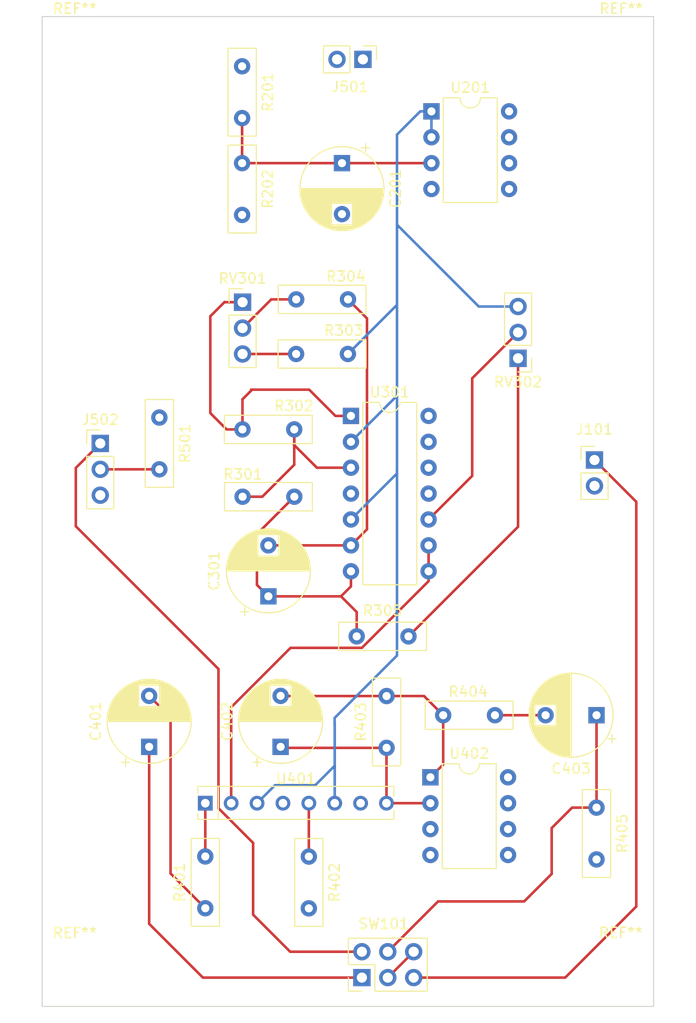
<source format=kicad_pcb>
(kicad_pcb (version 20211014) (generator pcbnew)
  (layers (0 "F.Cu" signal) (1 "In1.Cu" power "GND") (2 "In2.Cu" power "PWR") (31 "B.Cu" signal) (34 "B.Paste" user) (35 "F.Paste" user) (36 "B.SilkS" user "B.Silkscreen") (37 "F.SilkS" user "F.Silkscreen") (38 "B.Mask" user) (39 "F.Mask" user) (44 "Edge.Cuts" user))
  (net 0 "")
  (net 1 "Net-(C201-Pad1)")
  (net 2 "GND")
  (net 3 "Net-(C301-Pad1)")
  (net 4 "Net-(C301-Pad2)")
  (net 5 "/Modulador/Sinal de Entrada")
  (net 6 "Net-(C401-Pad2)")
  (net 7 "Net-(C402-Pad1)")
  (net 8 "Net-(C402-Pad2)")
  (net 9 "/Modulador/Sinal de Saída")
  (net 10 "Net-(C403-Pad2)")
  (net 11 "Net-(R301-Pad1)")
  (net 12 "Net-(R302-Pad2)")
  (net 13 "Vref")
  (net 14 "Net-(R303-Pad2)")
  (net 15 "Net-(R304-Pad1)")
  (net 16 "Net-(R305-Pad2)")
  (net 17 "Net-(R401-Pad2)")
  (net 18 "Net-(R402-Pad1)")
  (net 19 "+9V")
  (net 20 "Net-(J502-PadR)")
  (net 21 "Net-(RV302-Pad2)")
  (net 22 "Net-(SW101-Pad3)")
  (net 23 "Net-(J101-PadT)")
  (net 24 "/LFO/Modulante")
  (net 26 "Net-(U402-Pad8)")
  (net 27 "/Entrada/Sinal de Entrada")
  (footprint "Customs:PinHeader_1x03_P2.54mm_Vertical" (layer "F.Cu") (at 45.7 80.775)
    (fp_text reference "J502" (at 0 -2.33) (layer "F.SilkS"))
    (fp_text value "AudioJack3")
    (pad "R" thru_hole oval (at 0 2.54) (size 1.7 1.7) (drill 1) (layers *.Cu *.Mask) (net 20 "Net-(J502-PadR)"))
    (pad "S" thru_hole oval (at 0 5.08) (size 1.7 1.7) (drill 1) (layers *.Cu *.Mask) (net 2 "GND"))
    (pad "T" thru_hole rect (at 0 0) (size 1.7 1.7) (drill 1) (layers *.Cu *.Mask) (net 27 "/Entrada/Sinal de Entrada"))
  )
  (footprint "Resistor_THT:R_Box_L8.4mm_W2.5mm_P5.08mm" (layer "F.Cu") (at 64.93 66.645)
    (fp_text reference "R304" (at 4.87 -2.245) (layer "F.SilkS"))
    (fp_text value "300k")
    (pad "1" thru_hole circle locked (at 0 0) (size 1.6 1.6) (drill 0.8) (layers *.Cu *.Mask) (net 15 "Net-(R304-Pad1)"))
    (pad "2" thru_hole circle locked (at 5.08 0) (size 1.6 1.6) (drill 0.8) (layers *.Cu *.Mask) (net 4 "Net-(C301-Pad2)"))
  )
  (footprint "Package_DIP:DIP-8_W7.62mm" (layer "F.Cu") (at 78.2 48.2)
    (fp_text reference "U201" (at 3.81 -2.33) (layer "F.SilkS"))
    (fp_text value "TL082")
    (pad "1" thru_hole rect locked (at 0 0) (size 1.6 1.6) (drill 0.8) (layers *.Cu *.Mask) (net 13 "Vref"))
    (pad "2" thru_hole oval locked (at 0 2.54) (size 1.6 1.6) (drill 0.8) (layers *.Cu *.Mask) (net 13 "Vref"))
    (pad "3" thru_hole oval locked (at 0 5.08) (size 1.6 1.6) (drill 0.8) (layers *.Cu *.Mask) (net 1 "Net-(C201-Pad1)"))
    (pad "4" thru_hole oval locked (at 0 7.62) (size 1.6 1.6) (drill 0.8) (layers *.Cu *.Mask) (net 2 "GND"))
    (pad "5" thru_hole oval locked (at 7.62 7.62) (size 1.6 1.6) (drill 0.8) (layers *.Cu *.Mask))
    (pad "6" thru_hole oval locked (at 7.62 5.08) (size 1.6 1.6) (drill 0.8) (layers *.Cu *.Mask))
    (pad "7" thru_hole oval locked (at 7.62 2.54) (size 1.6 1.6) (drill 0.8) (layers *.Cu *.Mask))
    (pad "8" thru_hole oval locked (at 7.62 0) (size 1.6 1.6) (drill 0.8) (layers *.Cu *.Mask) (net 19 "+9V"))
  )
  (footprint "Capacitor_THT:CP_Radial_D8.0mm_P5.00mm" (layer "F.Cu") (at 50.5 110.537651 90)
    (fp_text reference "C401" (at 2.5 -5.25 90) (layer "F.SilkS"))
    (fp_text value "10u")
    (pad "1" thru_hole rect locked (at 0 0 90) (size 1.6 1.6) (drill 0.8) (layers *.Cu *.Mask) (net 5 "/Modulador/Sinal de Entrada"))
    (pad "2" thru_hole circle locked (at 5 0 90) (size 1.6 1.6) (drill 0.8) (layers *.Cu *.Mask) (net 6 "Net-(C401-Pad2)"))
  )
  (footprint "Resistor_THT:R_Box_L8.4mm_W2.5mm_P5.08mm" (layer "F.Cu") (at 94.4 116.5 -90)
    (fp_text reference "R405" (at 2.54 -2.52 -90) (layer "F.SilkS"))
    (fp_text value "100k")
    (pad "1" thru_hole circle locked (at 0 0 270) (size 1.6 1.6) (drill 0.8) (layers *.Cu *.Mask) (net 9 "/Modulador/Sinal de Saída"))
    (pad "2" thru_hole circle locked (at 5.08 0 270) (size 1.6 1.6) (drill 0.8) (layers *.Cu *.Mask) (net 2 "GND"))
  )
  (footprint "MountingHole:MountingHole_3mm" (layer "F.Cu") (at 96.825 42.125)
    (fp_text reference "REF**" (at 0 -4) (layer "F.SilkS"))
    (fp_text value "MountingHole_3mm")
    (pad "" np_thru_hole circle locked (at 0 0) (size 3 3) (drill 3) (layers *.Cu *.Mask))
  )
  (footprint "Capacitor_THT:CP_Radial_D8.0mm_P5.00mm" (layer "F.Cu") (at 63.397349 110.537651 90)
    (fp_text reference "C402" (at 2.5 -5.25 90) (layer "F.SilkS"))
    (fp_text value "47p")
    (pad "1" thru_hole rect locked (at 0 0 90) (size 1.6 1.6) (drill 0.8) (layers *.Cu *.Mask) (net 7 "Net-(C402-Pad1)"))
    (pad "2" thru_hole circle locked (at 5 0 90) (size 1.6 1.6) (drill 0.8) (layers *.Cu *.Mask) (net 8 "Net-(C402-Pad2)"))
  )
  (footprint "Capacitor_THT:CP_Radial_D8.0mm_P5.00mm" (layer "F.Cu") (at 62.2 95.775 90)
    (fp_text reference "C301" (at 2.5 -5.325 90) (layer "F.SilkS"))
    (fp_text value "100n")
    (pad "1" thru_hole rect locked (at 0 0 90) (size 1.6 1.6) (drill 0.8) (layers *.Cu *.Mask) (net 3 "Net-(C301-Pad1)"))
    (pad "2" thru_hole circle locked (at 5 0 90) (size 1.6 1.6) (drill 0.8) (layers *.Cu *.Mask) (net 4 "Net-(C301-Pad2)"))
  )
  (footprint "Resistor_THT:R_Box_L8.4mm_W2.5mm_P5.08mm" (layer "F.Cu") (at 51.5 78.235 -90)
    (fp_text reference "R501" (at 2.54 -2.52 -90) (layer "F.SilkS"))
    (fp_text value "10k")
    (pad "1" thru_hole circle locked (at 0 0 270) (size 1.6 1.6) (drill 0.8) (layers *.Cu *.Mask) (net 19 "+9V"))
    (pad "2" thru_hole circle locked (at 5.08 0 270) (size 1.6 1.6) (drill 0.8) (layers *.Cu *.Mask) (net 20 "Net-(J502-PadR)"))
  )
  (footprint "Package_SIP:SIP-8_19x3mm_P2.54mm" (layer "F.Cu") (at 56.007349 116.065)
    (fp_text reference "U401" (at 8.89 -2.4) (layer "F.SilkS"))
    (fp_text value "THAT2181")
    (pad "1" thru_hole rect locked (at 0 0 90) (size 1.45 1.45) (drill 0.85) (layers *.Cu *.Mask) (net 17 "Net-(R401-Pad2)"))
    (pad "2" thru_hole circle locked (at 2.54 0 90) (size 1.45 1.45) (drill 0.85) (layers *.Cu *.Mask) (net 24 "/LFO/Modulante"))
    (pad "3" thru_hole circle locked (at 5.08 0 90) (size 1.45 1.45) (drill 0.85) (layers *.Cu *.Mask) (net 13 "Vref"))
    (pad "4" thru_hole circle locked (at 7.62 0 90) (size 1.45 1.45) (drill 0.85) (layers *.Cu *.Mask))
    (pad "5" thru_hole circle locked (at 10.16 0 90) (size 1.45 1.45) (drill 0.85) (layers *.Cu *.Mask) (net 18 "Net-(R402-Pad1)"))
    (pad "6" thru_hole circle locked (at 12.7 0 90) (size 1.45 1.45) (drill 0.85) (layers *.Cu *.Mask) (net 13 "Vref"))
    (pad "7" thru_hole circle locked (at 15.24 0 90) (size 1.45 1.45) (drill 0.85) (layers *.Cu *.Mask) (net 19 "+9V"))
    (pad "8" thru_hole circle locked (at 17.78 0 90) (size 1.45 1.45) (drill 0.85) (layers *.Cu *.Mask) (net 7 "Net-(C402-Pad1)"))
  )
  (footprint "MountingHole:MountingHole_3mm" (layer "F.Cu") (at 43.2 42.125)
    (fp_text reference "REF**" (at 0 -4) (layer "F.SilkS"))
    (fp_text value "MountingHole_3mm")
    (pad "" np_thru_hole circle locked (at 0 0) (size 3 3) (drill 3) (layers *.Cu *.Mask))
  )
  (footprint "MountingHole:MountingHole_3mm" (layer "F.Cu") (at 96.775 132.775)
    (fp_text reference "REF**" (at 0 -4) (layer "F.SilkS"))
    (fp_text value "MountingHole_3mm")
    (pad "" np_thru_hole circle locked (at 0 0) (size 3 3) (drill 3) (layers *.Cu *.Mask))
  )
  (footprint "Capacitor_THT:CP_Radial_D8.0mm_P5.00mm" (layer "F.Cu") (at 69.42 53.28 -90)
    (fp_text reference "C201" (at 2.5 -5.25 90) (layer "F.SilkS"))
    (fp_text value "200u")
    (pad "1" thru_hole rect locked (at 0 0 270) (size 1.6 1.6) (drill 0.8) (layers *.Cu *.Mask) (net 1 "Net-(C201-Pad1)"))
    (pad "2" thru_hole circle locked (at 5 0 270) (size 1.6 1.6) (drill 0.8) (layers *.Cu *.Mask) (net 2 "GND"))
  )
  (footprint "MountingHole:MountingHole_3mm" (layer "F.Cu") (at 43.2 132.8)
    (fp_text reference "REF**" (at 0 -4) (layer "F.SilkS"))
    (fp_text value "MountingHole_3mm")
    (pad "" np_thru_hole circle locked (at 0 0) (size 3 3) (drill 3) (layers *.Cu *.Mask))
  )
  (footprint "Connector_PinHeader_2.54mm:PinHeader_1x03_P2.54mm_Vertical" (layer "F.Cu") (at 86.7 72.425 180)
    (fp_text reference "RV302" (at 0 -2.33) (layer "F.SilkS"))
    (fp_text value "10k")
    (pad "1" thru_hole rect locked (at 0 0 180) (size 1.7 1.7) (drill 1) (layers *.Cu *.Mask) (net 16 "Net-(R305-Pad2)"))
    (pad "2" thru_hole oval locked (at 0 2.54 180) (size 1.7 1.7) (drill 1) (layers *.Cu *.Mask) (net 21 "Net-(RV302-Pad2)"))
    (pad "3" thru_hole oval locked (at 0 5.08 180) (size 1.7 1.7) (drill 1) (layers *.Cu *.Mask) (net 13 "Vref"))
  )
  (footprint "Customs:PinHeader_1x02_P2.54mm_Vertical" (layer "F.Cu") (at 94.2 82.4)
    (fp_text reference "J101" (at 0 -3) (layer "F.SilkS"))
    (fp_text value "AudioJack2")
    (pad "S" thru_hole oval (at 0 2.54) (size 1.7 1.7) (drill 1) (layers *.Cu *.Mask) (net 2 "GND"))
    (pad "T" thru_hole rect (at 0 0) (size 1.7 1.7) (drill 1) (layers *.Cu *.Mask) (net 23 "Net-(J101-PadT)"))
  )
  (footprint "Resistor_THT:R_Box_L8.4mm_W2.5mm_P5.08mm" (layer "F.Cu") (at 56.007349 126.37 90)
    (fp_text reference "R401" (at 2.54 -2.52 90) (layer "F.SilkS"))
    (fp_text value "20k")
    (pad "1" thru_hole circle locked (at 0 0 90) (size 1.6 1.6) (drill 0.8) (layers *.Cu *.Mask) (net 6 "Net-(C401-Pad2)"))
    (pad "2" thru_hole circle locked (at 5.08 0 90) (size 1.6 1.6) (drill 0.8) (layers *.Cu *.Mask) (net 17 "Net-(R401-Pad2)"))
  )
  (footprint "Resistor_THT:R_Box_L8.4mm_W2.5mm_P5.08mm" (layer "F.Cu") (at 59.665 86)
    (fp_text reference "R301" (at 0.035 -2.2) (layer "F.SilkS"))
    (fp_text value "82k")
    (pad "1" thru_hole circle locked (at 0 0) (size 1.6 1.6) (drill 0.8) (layers *.Cu *.Mask) (net 11 "Net-(R301-Pad1)"))
    (pad "2" thru_hole circle locked (at 5.08 0) (size 1.6 1.6) (drill 0.8) (layers *.Cu *.Mask) (net 3 "Net-(C301-Pad1)"))
  )
  (footprint "Package_DIP:DIP-8_W7.62mm" (layer "F.Cu") (at 78.097349 113.525)
    (fp_text reference "U402" (at 3.81 -2.33) (layer "F.SilkS"))
    (fp_text value "TL082")
    (pad "1" thru_hole rect locked (at 0 0) (size 1.6 1.6) (drill 0.8) (layers *.Cu *.Mask) (net 8 "Net-(C402-Pad2)"))
    (pad "2" thru_hole oval locked (at 0 2.54) (size 1.6 1.6) (drill 0.8) (layers *.Cu *.Mask) (net 7 "Net-(C402-Pad1)"))
    (pad "3" thru_hole oval locked (at 0 5.08) (size 1.6 1.6) (drill 0.8) (layers *.Cu *.Mask) (net 2 "GND"))
    (pad "4" thru_hole oval locked (at 0 7.62) (size 1.6 1.6) (drill 0.8) (layers *.Cu *.Mask) (net 2 "GND"))
    (pad "5" thru_hole oval locked (at 7.62 7.62) (size 1.6 1.6) (drill 0.8) (layers *.Cu *.Mask))
    (pad "6" thru_hole oval locked (at 7.62 5.08) (size 1.6 1.6) (drill 0.8) (layers *.Cu *.Mask))
    (pad "7" thru_hole oval locked (at 7.62 2.54) (size 1.6 1.6) (drill 0.8) (layers *.Cu *.Mask))
    (pad "8" thru_hole oval locked (at 7.62 0) (size 1.6 1.6) (drill 0.8) (layers *.Cu *.Mask) (net 26 "Net-(U402-Pad8)"))
  )
  (footprint "Resistor_THT:R_Box_L8.4mm_W2.5mm_P5.08mm" (layer "F.Cu") (at 66.167349 121.3 -90)
    (fp_text reference "R402" (at 2.54 -2.52 -90) (layer "F.SilkS"))
    (fp_text value "1k")
    (pad "1" thru_hole circle locked (at 0 0 270) (size 1.6 1.6) (drill 0.8) (layers *.Cu *.Mask) (net 18 "Net-(R402-Pad1)"))
    (pad "2" thru_hole circle locked (at 5.08 0 270) (size 1.6 1.6) (drill 0.8) (layers *.Cu *.Mask) (net 2 "GND"))
  )
  (footprint "Capacitor_THT:CP_Radial_D8.0mm_P5.00mm" (layer "F.Cu") (at 94.4 107.435 180)
    (fp_text reference "C403" (at 2.5 -5.25) (layer "F.SilkS"))
    (fp_text value "22u")
    (pad "1" thru_hole rect locked (at 0 0 180) (size 1.6 1.6) (drill 0.8) (layers *.Cu *.Mask) (net 9 "/Modulador/Sinal de Saída"))
    (pad "2" thru_hole circle locked (at 5 0 180) (size 1.6 1.6) (drill 0.8) (layers *.Cu *.Mask) (net 10 "Net-(C403-Pad2)"))
  )
  (footprint "Resistor_THT:R_Box_L8.4mm_W2.5mm_P5.08mm" (layer "F.Cu") (at 59.62 53.28 -90)
    (fp_text reference "R202" (at 2.54 -2.52 90) (layer "F.SilkS"))
    (fp_text value "100k")
    (pad "1" thru_hole circle locked (at 0 0 270) (size 1.6 1.6) (drill 0.8) (layers *.Cu *.Mask) (net 1 "Net-(C201-Pad1)"))
    (pad "2" thru_hole circle locked (at 5.08 0 270) (size 1.6 1.6) (drill 0.8) (layers *.Cu *.Mask) (net 2 "GND"))
  )
  (footprint "Connector_PinHeader_2.54mm:PinHeader_1x02_P2.54mm_Vertical" (layer "F.Cu") (at 71.475 43.1 -90)
    (fp_text reference "J501" (at 2.7 1.275 180) (layer "F.SilkS"))
    (fp_text value "Barrel_Jack")
    (pad "1" thru_hole rect locked (at 0 0 270) (size 1.7 1.7) (drill 1) (layers *.Cu *.Mask) (net 2 "GND"))
    (pad "2" thru_hole oval locked (at 0 2.54 270) (size 1.7 1.7) (drill 1) (layers *.Cu *.Mask) (net 19 "+9V"))
  )
  (footprint "Resistor_THT:R_Box_L8.4mm_W2.5mm_P5.08mm" (layer "F.Cu") (at 70 72 180)
    (fp_text reference "R303" (at 0.4 2.3 180) (layer "F.SilkS"))
    (fp_text value "12k")
    (pad "1" thru_hole circle locked (at 0 0 180) (size 1.6 1.6) (drill 0.8) (layers *.Cu *.Mask) (net 13 "Vref"))
    (pad "2" thru_hole circle locked (at 5.08 0 180) (size 1.6 1.6) (drill 0.8) (layers *.Cu *.Mask) (net 14 "Net-(R303-Pad2)"))
  )
  (footprint "Connector_PinHeader_2.54mm:PinHeader_1x03_P2.54mm_Vertical" (layer "F.Cu") (at 59.665 66.92)
    (fp_text reference "RV301" (at 0 -2.33) (layer "F.SilkS"))
    (fp_text value "2.2Meg")
    (pad "1" thru_hole rect locked (at 0 0) (size 1.7 1.7) (drill 1) (layers *.Cu *.Mask) (net 12 "Net-(R302-Pad2)"))
    (pad "2" thru_hole oval locked (at 0 2.54) (size 1.7 1.7) (drill 1) (layers *.Cu *.Mask) (net 15 "Net-(R304-Pad1)"))
    (pad "3" thru_hole oval locked (at 0 5.08) (size 1.7 1.7) (drill 1) (layers *.Cu *.Mask) (net 14 "Net-(R303-Pad2)"))
  )
  (footprint "Resistor_THT:R_Box_L8.4mm_W2.5mm_P5.08mm" (layer "F.Cu") (at 64.735 79.4 180)
    (fp_text reference "R302" (at 0.035 2.3) (layer "F.SilkS"))
    (fp_text value "100k")
    (pad "1" thru_hole circle locked (at 0 0 180) (size 1.6 1.6) (drill 0.8) (layers *.Cu *.Mask) (net 11 "Net-(R301-Pad1)"))
    (pad "2" thru_hole circle locked (at 5.08 0 180) (size 1.6 1.6) (drill 0.8) (layers *.Cu *.Mask) (net 12 "Net-(R302-Pad2)"))
  )
  (footprint "Resistor_THT:R_Box_L8.4mm_W2.5mm_P5.08mm" (layer "F.Cu") (at 73.797349 110.635 90)
    (fp_text reference "R403" (at 2.54 -2.52 90) (layer "F.SilkS"))
    (fp_text value "40k")
    (pad "1" thru_hole circle locked (at 0 0 90) (size 1.6 1.6) (drill 0.8) (layers *.Cu *.Mask) (net 7 "Net-(C402-Pad1)"))
    (pad "2" thru_hole circle locked (at 5.08 0 90) (size 1.6 1.6) (drill 0.8) (layers *.Cu *.Mask) (net 8 "Net-(C402-Pad2)"))
  )
  (footprint "Resistor_THT:R_Box_L8.4mm_W2.5mm_P5.08mm" (layer "F.Cu") (at 84.432349 107.435 180)
    (fp_text reference "R404" (at 2.635 2.3) (layer "F.SilkS"))
    (fp_text value "50")
    (pad "1" thru_hole circle locked (at 0 0 180) (size 1.6 1.6) (drill 0.8) (layers *.Cu *.Mask) (net 10 "Net-(C403-Pad2)"))
    (pad "2" thru_hole circle locked (at 5.08 0 180) (size 1.6 1.6) (drill 0.8) (layers *.Cu *.Mask) (net 8 "Net-(C402-Pad2)"))
  )
  (footprint "Connector_PinHeader_2.54mm:PinHeader_2x03_P2.54mm_Vertical" (layer "F.Cu") (at 71.375 133.175 90)
    (fp_text reference "SW101" (at 5.275 2.125 180) (layer "F.SilkS"))
    (fp_text value "STOMP SWITCH")
    (pad "1" thru_hole rect locked (at 0 0 90) (size 1.7 1.7) (drill 1) (layers *.Cu *.Mask) (net 5 "/Modulador/Sinal de Entrada"))
    (pad "2" thru_hole oval locked (at 2.54 0 90) (size 1.7 1.7) (drill 1) (layers *.Cu *.Mask) (net 27 "/Entrada/Sinal de Entrada"))
    (pad "3" thru_hole oval locked (at 0 2.54 90) (size 1.7 1.7) (drill 1) (layers *.Cu *.Mask) (net 22 "Net-(SW101-Pad3)"))
    (pad "4" thru_hole oval locked (at 2.54 2.54 90) (size 1.7 1.7) (drill 1) (layers *.Cu *.Mask) (net 9 "/Modulador/Sinal de Saída"))
    (pad "5" thru_hole oval locked (at 0 5.08 90) (size 1.7 1.7) (drill 1) (layers *.Cu *.Mask) (net 23 "Net-(J101-PadT)"))
    (pad "6" thru_hole oval locked (at 2.54 5.08 90) (size 1.7 1.7) (drill 1) (layers *.Cu *.Mask) (net 22 "Net-(SW101-Pad3)"))
  )
  (footprint "Resistor_THT:R_Box_L8.4mm_W2.5mm_P5.08mm" (layer "F.Cu") (at 59.62 43.78 -90)
    (fp_text reference "R201" (at 2.54 -2.52 90) (layer "F.SilkS"))
    (fp_text value "100k")
    (pad "1" thru_hole circle locked (at 0 0 270) (size 1.6 1.6) (drill 0.8) (layers *.Cu *.Mask) (net 19 "+9V"))
    (pad "2" thru_hole circle locked (at 5.08 0 270) (size 1.6 1.6) (drill 0.8) (layers *.Cu *.Mask) (net 1 "Net-(C201-Pad1)"))
  )
  (footprint "Resistor_THT:R_Box_L8.4mm_W2.5mm_P5.08mm" (layer "F.Cu") (at 70.865 99.7)
    (fp_text reference "R305" (at 2.54 -2.52) (layer "F.SilkS"))
    (fp_text value "380k")
    (pad "1" thru_hole circle locked (at 0 0) (size 1.6 1.6) (drill 0.8) (layers *.Cu *.Mask) (net 3 "Net-(C301-Pad1)"))
    (pad "2" thru_hole circle locked (at 5.08 0) (size 1.6 1.6) (drill 0.8) (layers *.Cu *.Mask) (net 16 "Net-(R305-Pad2)"))
  )
  (footprint "Package_DIP:DIP-14_W7.62mm" (layer "F.Cu") (at 70.3 78.075)
    (fp_text reference "U301" (at 3.81 -2.33) (layer "F.SilkS"))
    (fp_text value "TL084")
    (pad "1" thru_hole rect locked (at 0 0) (size 1.6 1.6) (drill 0.8) (layers *.Cu *.Mask) (net 12 "Net-(R302-Pad2)"))
    (pad "2" thru_hole oval locked (at 0 2.54) (size 1.6 1.6) (drill 0.8) (layers *.Cu *.Mask) (net 13 "Vref"))
    (pad "3" thru_hole oval locked (at 0 5.08) (size 1.6 1.6) (drill 0.8) (layers *.Cu *.Mask) (net 11 "Net-(R301-Pad1)"))
    (pad "4" thru_hole oval locked (at 0 7.62) (size 1.6 1.6) (drill 0.8) (layers *.Cu *.Mask) (net 19 "+9V"))
    (pad "5" thru_hole oval locked (at 0 10.16) (size 1.6 1.6) (drill 0.8) (layers *.Cu *.Mask) (net 13 "Vref"))
    (pad "6" thru_hole oval locked (at 0 12.7) (size 1.6 1.6) (drill 0.8) (layers *.Cu *.Mask) (net 4 "Net-(C301-Pad2)"))
    (pad "7" thru_hole oval locked (at 0 15.24) (size 1.6 1.6) (drill 0.8) (layers *.Cu *.Mask) (net 3 "Net-(C301-Pad1)"))
    (pad "8" thru_hole oval locked (at 7.62 15.24) (size 1.6 1.6) (drill 0.8) (layers *.Cu *.Mask) (net 24 "/LFO/Modulante"))
    (pad "9" thru_hole oval locked (at 7.62 12.7) (size 1.6 1.6) (drill 0.8) (layers *.Cu *.Mask) (net 24 "/LFO/Modulante"))
    (pad "10" thru_hole oval locked (at 7.62 10.16) (size 1.6 1.6) (drill 0.8) (layers *.Cu *.Mask) (net 21 "Net-(RV302-Pad2)"))
    (pad "11" thru_hole oval locked (at 7.62 7.62) (size 1.6 1.6) (drill 0.8) (layers *.Cu *.Mask) (net 2 "GND"))
    (pad "12" thru_hole oval locked (at 7.62 5.08) (size 1.6 1.6) (drill 0.8) (layers *.Cu *.Mask))
    (pad "13" thru_hole oval locked (at 7.62 2.54) (size 1.6 1.6) (drill 0.8) (layers *.Cu *.Mask))
    (pad "14" thru_hole oval locked (at 7.62 0) (size 1.6 1.6) (drill 0.8) (layers *.Cu *.Mask))
  )
  (gr_rect (start 40 136) (end 100 38.9) (layer "Edge.Cuts") (width 0.1) (fill none))
  (segment (start 59.62 53.28) (end 69.42 53.28) (width 0.25) (layer "F.Cu") (net 1))
  (segment (start 59.62 48.86) (end 59.62 53.28) (width 0.25) (layer "F.Cu") (net 1))
  (segment (start 69.42 53.28) (end 78.2 53.28) (width 0.25) (layer "F.Cu") (net 1))
  (segment (start 70.3 94.8) (end 70.3 93.315) (width 0.25) (layer "F.Cu") (net 3))
  (segment (start 69.325 95.775) (end 70.3 94.8) (width 0.25) (layer "F.Cu") (net 3))
  (segment (start 62.2 95.775) (end 69.325 95.775) (width 0.25) (layer "F.Cu") (net 3))
  (segment (start 61.075489 89.669511) (end 64.745 86) (width 0.25) (layer "F.Cu") (net 3))
  (segment (start 70.865 99.7) (end 70.865 97.315) (width 0.25) (layer "F.Cu") (net 3))
  (segment (start 62.2 95.775) (end 61.075489 94.650489) (width 0.25) (layer "F.Cu") (net 3))
  (segment (start 61.075489 94.650489) (end 61.075489 89.669511) (width 0.25) (layer "F.Cu") (net 3))
  (segment (start 70.865 97.315) (end 69.325 95.775) (width 0.25) (layer "F.Cu") (net 3))
  (segment (start 71.874031 68.509031) (end 71.874031 89.200969) (width 0.25) (layer "F.Cu") (net 4))
  (segment (start 70.01 66.645) (end 71.874031 68.509031) (width 0.25) (layer "F.Cu") (net 4))
  (segment (start 71.874031 89.200969) (end 70.3 90.775) (width 0.25) (layer "F.Cu") (net 4))
  (segment (start 62.2 90.775) (end 70.3 90.775) (width 0.25) (layer "F.Cu") (net 4))
  (segment (start 55.775 133.175) (end 50.5 127.9) (width 0.25) (layer "F.Cu") (net 5))
  (segment (start 50.5 127.9) (end 50.5 110.537651) (width 0.25) (layer "F.Cu") (net 5))
  (segment (start 71.375 133.175) (end 55.775 133.175) (width 0.25) (layer "F.Cu") (net 5))
  (segment (start 52.6 107.637651) (end 50.5 105.537651) (width 0.25) (layer "F.Cu") (net 6))
  (segment (start 56.007349 126.37) (end 52.6 122.962651) (width 0.25) (layer "F.Cu") (net 6))
  (segment (start 52.6 122.962651) (end 52.6 107.637651) (width 0.25) (layer "F.Cu") (net 6))
  (segment (start 73.787349 116.065) (end 73.787349 110.645) (width 0.25) (layer "F.Cu") (net 7))
  (segment (start 73.787349 116.065) (end 78.097349 116.065) (width 0.25) (layer "F.Cu") (net 7))
  (segment (start 73.797349 110.635) (end 63.494698 110.635) (width 0.25) (layer "F.Cu") (net 7))
  (segment (start 63.494698 110.635) (end 63.397349 110.537651) (width 0.25) (layer "F.Cu") (net 7))
  (segment (start 73.787349 110.645) (end 73.797349 110.635) (width 0.25) (layer "F.Cu") (net 7))
  (segment (start 73.797349 105.555) (end 63.414698 105.555) (width 0.25) (layer "F.Cu") (net 8))
  (segment (start 79.352349 107.435) (end 79.352349 112.27) (width 0.25) (layer "F.Cu") (net 8))
  (segment (start 79.352349 112.27) (end 78.097349 113.525) (width 0.25) (layer "F.Cu") (net 8))
  (segment (start 63.414698 105.555) (end 63.397349 105.537651) (width 0.25) (layer "F.Cu") (net 8))
  (segment (start 77.472349 105.555) (end 79.352349 107.435) (width 0.25) (layer "F.Cu") (net 8))
  (segment (start 73.797349 105.555) (end 77.472349 105.555) (width 0.25) (layer "F.Cu") (net 8))
  (segment (start 73.915 130.635) (end 78.85 125.7) (width 0.25) (layer "F.Cu") (net 9))
  (segment (start 87.3 125.7) (end 90 123) (width 0.25) (layer "F.Cu") (net 9))
  (segment (start 78.85 125.7) (end 87.3 125.7) (width 0.25) (layer "F.Cu") (net 9))
  (segment (start 90 118.5) (end 92 116.5) (width 0.25) (layer "F.Cu") (net 9))
  (segment (start 94.4 107.435) (end 94.4 116.5) (width 0.25) (layer "F.Cu") (net 9))
  (segment (start 92 116.5) (end 94.4 116.5) (width 0.25) (layer "F.Cu") (net 9))
  (segment (start 90 123) (end 90 118.5) (width 0.25) (layer "F.Cu") (net 9))
  (segment (start 84.432349 107.435) (end 89.4 107.435) (width 0.25) (layer "F.Cu") (net 10))
  (segment (start 64.735 80.865) (end 64.7 80.9) (width 0.25) (layer "F.Cu") (net 11))
  (segment (start 64.735 82.865) (end 64.735 79.4) (width 0.25) (layer "F.Cu") (net 11))
  (segment (start 59.665 86) (end 61.6 86) (width 0.25) (layer "F.Cu") (net 11))
  (segment (start 64.7 80.9) (end 66.955 83.155) (width 0.25) (layer "F.Cu") (net 11))
  (segment (start 61.6 86) (end 64.735 82.865) (width 0.25) (layer "F.Cu") (net 11))
  (segment (start 66.955 83.155) (end 70.3 83.155) (width 0.25) (layer "F.Cu") (net 11))
  (segment (start 64.735 79.4) (end 64.735 80.865) (width 0.25) (layer "F.Cu") (net 11))
  (segment (start 66.2 75.5) (end 68.775 78.075) (width 0.25) (layer "F.Cu") (net 12))
  (segment (start 59.655 79.4) (end 59.655 76.445) (width 0.25) (layer "F.Cu") (net 12))
  (segment (start 60.5 75.6) (end 60.5 75.5) (width 0.25) (layer "F.Cu") (net 12))
  (segment (start 57.92 66.92) (end 57.9 66.9) (width 0.25) (layer "F.Cu") (net 12))
  (segment (start 56.5 68.3) (end 56.5 77.8) (width 0.25) (layer "F.Cu") (net 12))
  (segment (start 59.655 76.445) (end 60.5 75.6) (width 0.25) (layer "F.Cu") (net 12))
  (segment (start 56.5 77.8) (end 58.1 79.4) (width 0.25) (layer "F.Cu") (net 12))
  (segment (start 59.665 66.92) (end 57.92 66.92) (width 0.25) (layer "F.Cu") (net 12))
  (segment (start 57.9 66.9) (end 56.5 68.3) (width 0.25) (layer "F.Cu") (net 12))
  (segment (start 68.775 78.075) (end 70.3 78.075) (width 0.25) (layer "F.Cu") (net 12))
  (segment (start 58.1 79.4) (end 59.655 79.4) (width 0.25) (layer "F.Cu") (net 12))
  (segment (start 60.5 75.5) (end 66.2 75.5) (width 0.25) (layer "F.Cu") (net 12))
  (segment (start 74.794511 76.120489) (end 74.820489 76.120489) (width 0.25) (layer "B.Cu") (net 13))
  (segment (start 74.820489 67.179511) (end 74.820489 76.120489) (width 0.25) (layer "B.Cu") (net 13))
  (segment (start 68.7 107.7) (end 68.7 108.3) (width 0.25) (layer "B.Cu") (net 13))
  (segment (start 66.8 114.3) (end 68.707349 112.392651) (width 0.25) (layer "B.Cu") (net 13))
  (segment (start 74.820489 101.579511) (end 68.7 107.7) (width 0.25) (layer "B.Cu") (net 13))
  (segment (start 82.845 67.345) (end 74.820489 59.320489) (width 0.25) (layer "B.Cu") (net 13))
  (segment (start 86.7 67.345) (end 82.845 67.345) (width 0.25) (layer "B.Cu") (net 13))
  (segment (start 62.852349 114.3) (end 61.087349 116.065) (width 0.25) (layer "B.Cu") (net 13))
  (segment (start 74.820489 76.120489) (end 74.820489 83.420489) (width 0.25) (layer "B.Cu") (net 13))
  (segment (start 68.707349 108.307349) (end 68.707349 112.392651) (width 0.25) (layer "B.Cu") (net 13))
  (segment (start 70.3 80.615) (end 74.794511 76.120489) (width 0.25) (layer "B.Cu") (net 13))
  (segment (start 70.3 88.235) (end 74.820489 83.714511) (width 0.25) (layer "B.Cu") (net 13))
  (segment (start 68.7 108.3) (end 68.707349 108.307349) (width 0.25) (layer "B.Cu") (net 13))
  (segment (start 74.820489 59.320489) (end 74.820489 67.179511) (width 0.25) (layer "B.Cu") (net 13))
  (segment (start 78.2 48.2) (end 78.2 50.74) (width 0.25) (layer "B.Cu") (net 13))
  (segment (start 77.1 48.2) (end 74.820489 50.479511) (width 0.25) (layer "B.Cu") (net 13))
  (segment (start 62.852349 114.3) (end 66.8 114.3) (width 0.25) (layer "B.Cu") (net 13))
  (segment (start 74.820489 83.714511) (end 74.820489 83.420489) (width 0.25) (layer "B.Cu") (net 13))
  (segment (start 68.707349 112.392651) (end 68.707349 116.065) (width 0.25) (layer "B.Cu") (net 13))
  (segment (start 74.820489 83.420489) (end 74.820489 101.579511) (width 0.25) (layer "B.Cu") (net 13))
  (segment (start 74.820489 50.479511) (end 74.820489 59.320489) (width 0.25) (layer "B.Cu") (net 13))
  (segment (start 77.1 48.2) (end 78.2 48.2) (width 0.25) (layer "B.Cu") (net 13))
  (segment (start 70 72) (end 74.820489 67.179511) (width 0.25) (layer "B.Cu") (net 13))
  (segment (start 64.92 72) (end 59.665 72) (width 0.25) (layer "F.Cu") (net 14))
  (segment (start 64.93 66.645) (end 62.48 66.645) (width 0.25) (layer "F.Cu") (net 15))
  (segment (start 62.48 66.645) (end 59.665 69.46) (width 0.25) (layer "F.Cu") (net 15))
  (segment (start 86.7 72.425) (end 86.7 88.945) (width 0.25) (layer "F.Cu") (net 16))
  (segment (start 86.7 88.945) (end 75.945 99.7) (width 0.25) (layer "F.Cu") (net 16))
  (segment (start 56.007349 121.29) (end 56.007349 116.065) (width 0.25) (layer "F.Cu") (net 17))
  (segment (start 66.167349 116.065) (end 66.167349 121.3) (width 0.25) (layer "F.Cu") (net 18))
  (segment (start 45.7 83.315) (end 51.5 83.315) (width 0.25) (layer "F.Cu") (net 20))
  (segment (start 82.2 74.385) (end 86.7 69.885) (width 0.25) (layer "F.Cu") (net 21))
  (segment (start 77.92 88.235) (end 82.2 83.955) (width 0.25) (layer "F.Cu") (net 21))
  (segment (start 82.2 83.955) (end 82.2 74.385) (width 0.25) (layer "F.Cu") (net 21))
  (segment (start 76.455 130.635) (end 73.915 133.175) (width 0.25) (layer "F.Cu") (net 22))
  (segment (start 91.325 133.175) (end 98.3 126.2) (width 0.25) (layer "F.Cu") (net 23))
  (segment (start 98.3 86.5) (end 94.2 82.4) (width 0.25) (layer "F.Cu") (net 23))
  (segment (start 98.3 126.2) (end 98.3 86.5) (width 0.25) (layer "F.Cu") (net 23))
  (segment (start 76.455 133.175) (end 91.325 133.175) (width 0.25) (layer "F.Cu") (net 23))
  (segment (start 58.547349 116.065) (end 58.547349 106.652651) (width 0.25) (layer "F.Cu") (net 24))
  (segment (start 77.92 90.775) (end 77.92 93.315) (width 0.25) (layer "F.Cu") (net 24))
  (segment (start 58.547349 106.652651) (end 64.375489 100.824511) (width 0.25) (layer "F.Cu") (net 24))
  (segment (start 77.92 94.28) (end 77.92 93.315) (width 0.25) (layer "F.Cu") (net 24))
  (segment (start 71.375489 100.824511) (end 77.92 94.28) (width 0.25) (layer "F.Cu") (net 24))
  (segment (start 64.375489 100.824511) (end 71.375489 100.824511) (width 0.25) (layer "F.Cu") (net 24))
  (segment (start 43.3 88.9) (end 43.3 83.175) (width 0.25) (layer "F.Cu") (net 27))
  (segment (start 57.3 102.9) (end 43.3 88.9) (width 0.25) (layer "F.Cu") (net 27))
  (segment (start 60.7 119.96) (end 57.3 116.56) (width 0.25) (layer "F.Cu") (net 27))
  (segment (start 60.7 127) (end 60.7 119.96) (width 0.25) (layer "F.Cu") (net 27))
  (segment (start 64.335 130.635) (end 60.7 127) (width 0.25) (layer "F.Cu") (net 27))
  (segment (start 57.3 116.56) (end 57.3 102.9) (width 0.25) (layer "F.Cu") (net 27))
  (segment (start 71.375 130.635) (end 64.335 130.635) (width 0.25) (layer "F.Cu") (net 27))
  (segment (start 43.3 83.175) (end 45.7 80.775) (width 0.25) (layer "F.Cu") (net 27))
)
</source>
